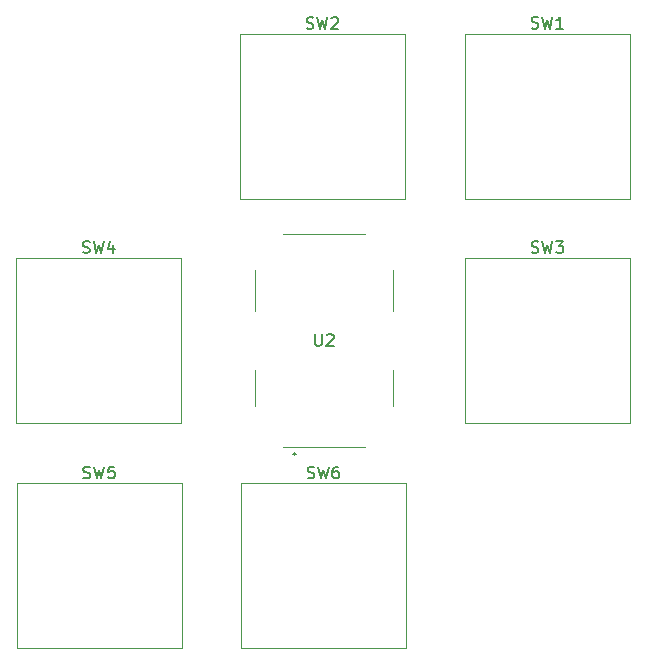
<source format=gbr>
%TF.GenerationSoftware,KiCad,Pcbnew,8.0.5*%
%TF.CreationDate,2024-10-03T17:23:51-04:00*%
%TF.ProjectId,Key,4b65792e-6b69-4636-9164-5f7063625858,rev?*%
%TF.SameCoordinates,Original*%
%TF.FileFunction,Legend,Top*%
%TF.FilePolarity,Positive*%
%FSLAX46Y46*%
G04 Gerber Fmt 4.6, Leading zero omitted, Abs format (unit mm)*
G04 Created by KiCad (PCBNEW 8.0.5) date 2024-10-03 17:23:51*
%MOMM*%
%LPD*%
G01*
G04 APERTURE LIST*
%ADD10C,0.150000*%
%ADD11C,0.120000*%
%ADD12C,0.200000*%
%ADD13C,0.100000*%
G04 APERTURE END LIST*
D10*
X64586667Y-46533200D02*
X64729524Y-46580819D01*
X64729524Y-46580819D02*
X64967619Y-46580819D01*
X64967619Y-46580819D02*
X65062857Y-46533200D01*
X65062857Y-46533200D02*
X65110476Y-46485580D01*
X65110476Y-46485580D02*
X65158095Y-46390342D01*
X65158095Y-46390342D02*
X65158095Y-46295104D01*
X65158095Y-46295104D02*
X65110476Y-46199866D01*
X65110476Y-46199866D02*
X65062857Y-46152247D01*
X65062857Y-46152247D02*
X64967619Y-46104628D01*
X64967619Y-46104628D02*
X64777143Y-46057009D01*
X64777143Y-46057009D02*
X64681905Y-46009390D01*
X64681905Y-46009390D02*
X64634286Y-45961771D01*
X64634286Y-45961771D02*
X64586667Y-45866533D01*
X64586667Y-45866533D02*
X64586667Y-45771295D01*
X64586667Y-45771295D02*
X64634286Y-45676057D01*
X64634286Y-45676057D02*
X64681905Y-45628438D01*
X64681905Y-45628438D02*
X64777143Y-45580819D01*
X64777143Y-45580819D02*
X65015238Y-45580819D01*
X65015238Y-45580819D02*
X65158095Y-45628438D01*
X65491429Y-45580819D02*
X65729524Y-46580819D01*
X65729524Y-46580819D02*
X65920000Y-45866533D01*
X65920000Y-45866533D02*
X66110476Y-46580819D01*
X66110476Y-46580819D02*
X66348572Y-45580819D01*
X66634286Y-45580819D02*
X67253333Y-45580819D01*
X67253333Y-45580819D02*
X66920000Y-45961771D01*
X66920000Y-45961771D02*
X67062857Y-45961771D01*
X67062857Y-45961771D02*
X67158095Y-46009390D01*
X67158095Y-46009390D02*
X67205714Y-46057009D01*
X67205714Y-46057009D02*
X67253333Y-46152247D01*
X67253333Y-46152247D02*
X67253333Y-46390342D01*
X67253333Y-46390342D02*
X67205714Y-46485580D01*
X67205714Y-46485580D02*
X67158095Y-46533200D01*
X67158095Y-46533200D02*
X67062857Y-46580819D01*
X67062857Y-46580819D02*
X66777143Y-46580819D01*
X66777143Y-46580819D02*
X66681905Y-46533200D01*
X66681905Y-46533200D02*
X66634286Y-46485580D01*
X45531667Y-27558200D02*
X45674524Y-27605819D01*
X45674524Y-27605819D02*
X45912619Y-27605819D01*
X45912619Y-27605819D02*
X46007857Y-27558200D01*
X46007857Y-27558200D02*
X46055476Y-27510580D01*
X46055476Y-27510580D02*
X46103095Y-27415342D01*
X46103095Y-27415342D02*
X46103095Y-27320104D01*
X46103095Y-27320104D02*
X46055476Y-27224866D01*
X46055476Y-27224866D02*
X46007857Y-27177247D01*
X46007857Y-27177247D02*
X45912619Y-27129628D01*
X45912619Y-27129628D02*
X45722143Y-27082009D01*
X45722143Y-27082009D02*
X45626905Y-27034390D01*
X45626905Y-27034390D02*
X45579286Y-26986771D01*
X45579286Y-26986771D02*
X45531667Y-26891533D01*
X45531667Y-26891533D02*
X45531667Y-26796295D01*
X45531667Y-26796295D02*
X45579286Y-26701057D01*
X45579286Y-26701057D02*
X45626905Y-26653438D01*
X45626905Y-26653438D02*
X45722143Y-26605819D01*
X45722143Y-26605819D02*
X45960238Y-26605819D01*
X45960238Y-26605819D02*
X46103095Y-26653438D01*
X46436429Y-26605819D02*
X46674524Y-27605819D01*
X46674524Y-27605819D02*
X46865000Y-26891533D01*
X46865000Y-26891533D02*
X47055476Y-27605819D01*
X47055476Y-27605819D02*
X47293572Y-26605819D01*
X47626905Y-26701057D02*
X47674524Y-26653438D01*
X47674524Y-26653438D02*
X47769762Y-26605819D01*
X47769762Y-26605819D02*
X48007857Y-26605819D01*
X48007857Y-26605819D02*
X48103095Y-26653438D01*
X48103095Y-26653438D02*
X48150714Y-26701057D01*
X48150714Y-26701057D02*
X48198333Y-26796295D01*
X48198333Y-26796295D02*
X48198333Y-26891533D01*
X48198333Y-26891533D02*
X48150714Y-27034390D01*
X48150714Y-27034390D02*
X47579286Y-27605819D01*
X47579286Y-27605819D02*
X48198333Y-27605819D01*
X64586667Y-27533200D02*
X64729524Y-27580819D01*
X64729524Y-27580819D02*
X64967619Y-27580819D01*
X64967619Y-27580819D02*
X65062857Y-27533200D01*
X65062857Y-27533200D02*
X65110476Y-27485580D01*
X65110476Y-27485580D02*
X65158095Y-27390342D01*
X65158095Y-27390342D02*
X65158095Y-27295104D01*
X65158095Y-27295104D02*
X65110476Y-27199866D01*
X65110476Y-27199866D02*
X65062857Y-27152247D01*
X65062857Y-27152247D02*
X64967619Y-27104628D01*
X64967619Y-27104628D02*
X64777143Y-27057009D01*
X64777143Y-27057009D02*
X64681905Y-27009390D01*
X64681905Y-27009390D02*
X64634286Y-26961771D01*
X64634286Y-26961771D02*
X64586667Y-26866533D01*
X64586667Y-26866533D02*
X64586667Y-26771295D01*
X64586667Y-26771295D02*
X64634286Y-26676057D01*
X64634286Y-26676057D02*
X64681905Y-26628438D01*
X64681905Y-26628438D02*
X64777143Y-26580819D01*
X64777143Y-26580819D02*
X65015238Y-26580819D01*
X65015238Y-26580819D02*
X65158095Y-26628438D01*
X65491429Y-26580819D02*
X65729524Y-27580819D01*
X65729524Y-27580819D02*
X65920000Y-26866533D01*
X65920000Y-26866533D02*
X66110476Y-27580819D01*
X66110476Y-27580819D02*
X66348572Y-26580819D01*
X67253333Y-27580819D02*
X66681905Y-27580819D01*
X66967619Y-27580819D02*
X66967619Y-26580819D01*
X66967619Y-26580819D02*
X66872381Y-26723676D01*
X66872381Y-26723676D02*
X66777143Y-26818914D01*
X66777143Y-26818914D02*
X66681905Y-26866533D01*
X26586667Y-46533200D02*
X26729524Y-46580819D01*
X26729524Y-46580819D02*
X26967619Y-46580819D01*
X26967619Y-46580819D02*
X27062857Y-46533200D01*
X27062857Y-46533200D02*
X27110476Y-46485580D01*
X27110476Y-46485580D02*
X27158095Y-46390342D01*
X27158095Y-46390342D02*
X27158095Y-46295104D01*
X27158095Y-46295104D02*
X27110476Y-46199866D01*
X27110476Y-46199866D02*
X27062857Y-46152247D01*
X27062857Y-46152247D02*
X26967619Y-46104628D01*
X26967619Y-46104628D02*
X26777143Y-46057009D01*
X26777143Y-46057009D02*
X26681905Y-46009390D01*
X26681905Y-46009390D02*
X26634286Y-45961771D01*
X26634286Y-45961771D02*
X26586667Y-45866533D01*
X26586667Y-45866533D02*
X26586667Y-45771295D01*
X26586667Y-45771295D02*
X26634286Y-45676057D01*
X26634286Y-45676057D02*
X26681905Y-45628438D01*
X26681905Y-45628438D02*
X26777143Y-45580819D01*
X26777143Y-45580819D02*
X27015238Y-45580819D01*
X27015238Y-45580819D02*
X27158095Y-45628438D01*
X27491429Y-45580819D02*
X27729524Y-46580819D01*
X27729524Y-46580819D02*
X27920000Y-45866533D01*
X27920000Y-45866533D02*
X28110476Y-46580819D01*
X28110476Y-46580819D02*
X28348572Y-45580819D01*
X29158095Y-45914152D02*
X29158095Y-46580819D01*
X28920000Y-45533200D02*
X28681905Y-46247485D01*
X28681905Y-46247485D02*
X29300952Y-46247485D01*
X26626667Y-65613200D02*
X26769524Y-65660819D01*
X26769524Y-65660819D02*
X27007619Y-65660819D01*
X27007619Y-65660819D02*
X27102857Y-65613200D01*
X27102857Y-65613200D02*
X27150476Y-65565580D01*
X27150476Y-65565580D02*
X27198095Y-65470342D01*
X27198095Y-65470342D02*
X27198095Y-65375104D01*
X27198095Y-65375104D02*
X27150476Y-65279866D01*
X27150476Y-65279866D02*
X27102857Y-65232247D01*
X27102857Y-65232247D02*
X27007619Y-65184628D01*
X27007619Y-65184628D02*
X26817143Y-65137009D01*
X26817143Y-65137009D02*
X26721905Y-65089390D01*
X26721905Y-65089390D02*
X26674286Y-65041771D01*
X26674286Y-65041771D02*
X26626667Y-64946533D01*
X26626667Y-64946533D02*
X26626667Y-64851295D01*
X26626667Y-64851295D02*
X26674286Y-64756057D01*
X26674286Y-64756057D02*
X26721905Y-64708438D01*
X26721905Y-64708438D02*
X26817143Y-64660819D01*
X26817143Y-64660819D02*
X27055238Y-64660819D01*
X27055238Y-64660819D02*
X27198095Y-64708438D01*
X27531429Y-64660819D02*
X27769524Y-65660819D01*
X27769524Y-65660819D02*
X27960000Y-64946533D01*
X27960000Y-64946533D02*
X28150476Y-65660819D01*
X28150476Y-65660819D02*
X28388572Y-64660819D01*
X29245714Y-64660819D02*
X28769524Y-64660819D01*
X28769524Y-64660819D02*
X28721905Y-65137009D01*
X28721905Y-65137009D02*
X28769524Y-65089390D01*
X28769524Y-65089390D02*
X28864762Y-65041771D01*
X28864762Y-65041771D02*
X29102857Y-65041771D01*
X29102857Y-65041771D02*
X29198095Y-65089390D01*
X29198095Y-65089390D02*
X29245714Y-65137009D01*
X29245714Y-65137009D02*
X29293333Y-65232247D01*
X29293333Y-65232247D02*
X29293333Y-65470342D01*
X29293333Y-65470342D02*
X29245714Y-65565580D01*
X29245714Y-65565580D02*
X29198095Y-65613200D01*
X29198095Y-65613200D02*
X29102857Y-65660819D01*
X29102857Y-65660819D02*
X28864762Y-65660819D01*
X28864762Y-65660819D02*
X28769524Y-65613200D01*
X28769524Y-65613200D02*
X28721905Y-65565580D01*
X45626667Y-65613200D02*
X45769524Y-65660819D01*
X45769524Y-65660819D02*
X46007619Y-65660819D01*
X46007619Y-65660819D02*
X46102857Y-65613200D01*
X46102857Y-65613200D02*
X46150476Y-65565580D01*
X46150476Y-65565580D02*
X46198095Y-65470342D01*
X46198095Y-65470342D02*
X46198095Y-65375104D01*
X46198095Y-65375104D02*
X46150476Y-65279866D01*
X46150476Y-65279866D02*
X46102857Y-65232247D01*
X46102857Y-65232247D02*
X46007619Y-65184628D01*
X46007619Y-65184628D02*
X45817143Y-65137009D01*
X45817143Y-65137009D02*
X45721905Y-65089390D01*
X45721905Y-65089390D02*
X45674286Y-65041771D01*
X45674286Y-65041771D02*
X45626667Y-64946533D01*
X45626667Y-64946533D02*
X45626667Y-64851295D01*
X45626667Y-64851295D02*
X45674286Y-64756057D01*
X45674286Y-64756057D02*
X45721905Y-64708438D01*
X45721905Y-64708438D02*
X45817143Y-64660819D01*
X45817143Y-64660819D02*
X46055238Y-64660819D01*
X46055238Y-64660819D02*
X46198095Y-64708438D01*
X46531429Y-64660819D02*
X46769524Y-65660819D01*
X46769524Y-65660819D02*
X46960000Y-64946533D01*
X46960000Y-64946533D02*
X47150476Y-65660819D01*
X47150476Y-65660819D02*
X47388572Y-64660819D01*
X48198095Y-64660819D02*
X48007619Y-64660819D01*
X48007619Y-64660819D02*
X47912381Y-64708438D01*
X47912381Y-64708438D02*
X47864762Y-64756057D01*
X47864762Y-64756057D02*
X47769524Y-64898914D01*
X47769524Y-64898914D02*
X47721905Y-65089390D01*
X47721905Y-65089390D02*
X47721905Y-65470342D01*
X47721905Y-65470342D02*
X47769524Y-65565580D01*
X47769524Y-65565580D02*
X47817143Y-65613200D01*
X47817143Y-65613200D02*
X47912381Y-65660819D01*
X47912381Y-65660819D02*
X48102857Y-65660819D01*
X48102857Y-65660819D02*
X48198095Y-65613200D01*
X48198095Y-65613200D02*
X48245714Y-65565580D01*
X48245714Y-65565580D02*
X48293333Y-65470342D01*
X48293333Y-65470342D02*
X48293333Y-65232247D01*
X48293333Y-65232247D02*
X48245714Y-65137009D01*
X48245714Y-65137009D02*
X48198095Y-65089390D01*
X48198095Y-65089390D02*
X48102857Y-65041771D01*
X48102857Y-65041771D02*
X47912381Y-65041771D01*
X47912381Y-65041771D02*
X47817143Y-65089390D01*
X47817143Y-65089390D02*
X47769524Y-65137009D01*
X47769524Y-65137009D02*
X47721905Y-65232247D01*
X46238095Y-53454819D02*
X46238095Y-54264342D01*
X46238095Y-54264342D02*
X46285714Y-54359580D01*
X46285714Y-54359580D02*
X46333333Y-54407200D01*
X46333333Y-54407200D02*
X46428571Y-54454819D01*
X46428571Y-54454819D02*
X46619047Y-54454819D01*
X46619047Y-54454819D02*
X46714285Y-54407200D01*
X46714285Y-54407200D02*
X46761904Y-54359580D01*
X46761904Y-54359580D02*
X46809523Y-54264342D01*
X46809523Y-54264342D02*
X46809523Y-53454819D01*
X47238095Y-53550057D02*
X47285714Y-53502438D01*
X47285714Y-53502438D02*
X47380952Y-53454819D01*
X47380952Y-53454819D02*
X47619047Y-53454819D01*
X47619047Y-53454819D02*
X47714285Y-53502438D01*
X47714285Y-53502438D02*
X47761904Y-53550057D01*
X47761904Y-53550057D02*
X47809523Y-53645295D01*
X47809523Y-53645295D02*
X47809523Y-53740533D01*
X47809523Y-53740533D02*
X47761904Y-53883390D01*
X47761904Y-53883390D02*
X47190476Y-54454819D01*
X47190476Y-54454819D02*
X47809523Y-54454819D01*
D11*
%TO.C,SW3*%
X58935000Y-47015000D02*
X72905000Y-47015000D01*
X58935000Y-60985000D02*
X58935000Y-47015000D01*
X72905000Y-47015000D02*
X72905000Y-60985000D01*
X72905000Y-60985000D02*
X58935000Y-60985000D01*
%TO.C,SW2*%
X39880000Y-28040000D02*
X53850000Y-28040000D01*
X39880000Y-42010000D02*
X39880000Y-28040000D01*
X53850000Y-28040000D02*
X53850000Y-42010000D01*
X53850000Y-42010000D02*
X39880000Y-42010000D01*
%TO.C,SW1*%
X58935000Y-28015000D02*
X72905000Y-28015000D01*
X58935000Y-41985000D02*
X58935000Y-28015000D01*
X72905000Y-28015000D02*
X72905000Y-41985000D01*
X72905000Y-41985000D02*
X58935000Y-41985000D01*
%TO.C,SW4*%
X20935000Y-47015000D02*
X34905000Y-47015000D01*
X20935000Y-60985000D02*
X20935000Y-47015000D01*
X34905000Y-47015000D02*
X34905000Y-60985000D01*
X34905000Y-60985000D02*
X20935000Y-60985000D01*
%TO.C,SW5*%
X34945000Y-80065000D02*
X20975000Y-80065000D01*
X34945000Y-66095000D02*
X34945000Y-80065000D01*
X20975000Y-80065000D02*
X20975000Y-66095000D01*
X20975000Y-66095000D02*
X34945000Y-66095000D01*
%TO.C,SW6*%
X53945000Y-80065000D02*
X39975000Y-80065000D01*
X53945000Y-66095000D02*
X53945000Y-80065000D01*
X39975000Y-80065000D02*
X39975000Y-66095000D01*
X39975000Y-66095000D02*
X53945000Y-66095000D01*
D12*
%TO.C,U2*%
X44400000Y-63600000D02*
G75*
G02*
X44600000Y-63600000I100000J0D01*
G01*
X44600000Y-63600000D02*
X44600000Y-63600000D01*
X44600000Y-63600000D02*
G75*
G02*
X44400000Y-63600000I-100000J0D01*
G01*
X44400000Y-63600000D02*
X44400000Y-63600000D01*
D13*
X52850000Y-48000000D02*
X52850000Y-51500000D01*
X41150000Y-48000000D02*
X41150000Y-51500000D01*
X52850000Y-56500000D02*
X52850000Y-59500000D01*
X41150000Y-56500000D02*
X41150000Y-59500000D01*
X50000000Y-63000000D02*
X50500000Y-63000000D01*
X43500000Y-63000000D02*
X50000000Y-63000000D01*
X43500000Y-45000000D02*
X50500000Y-45000000D01*
%TD*%
M02*

</source>
